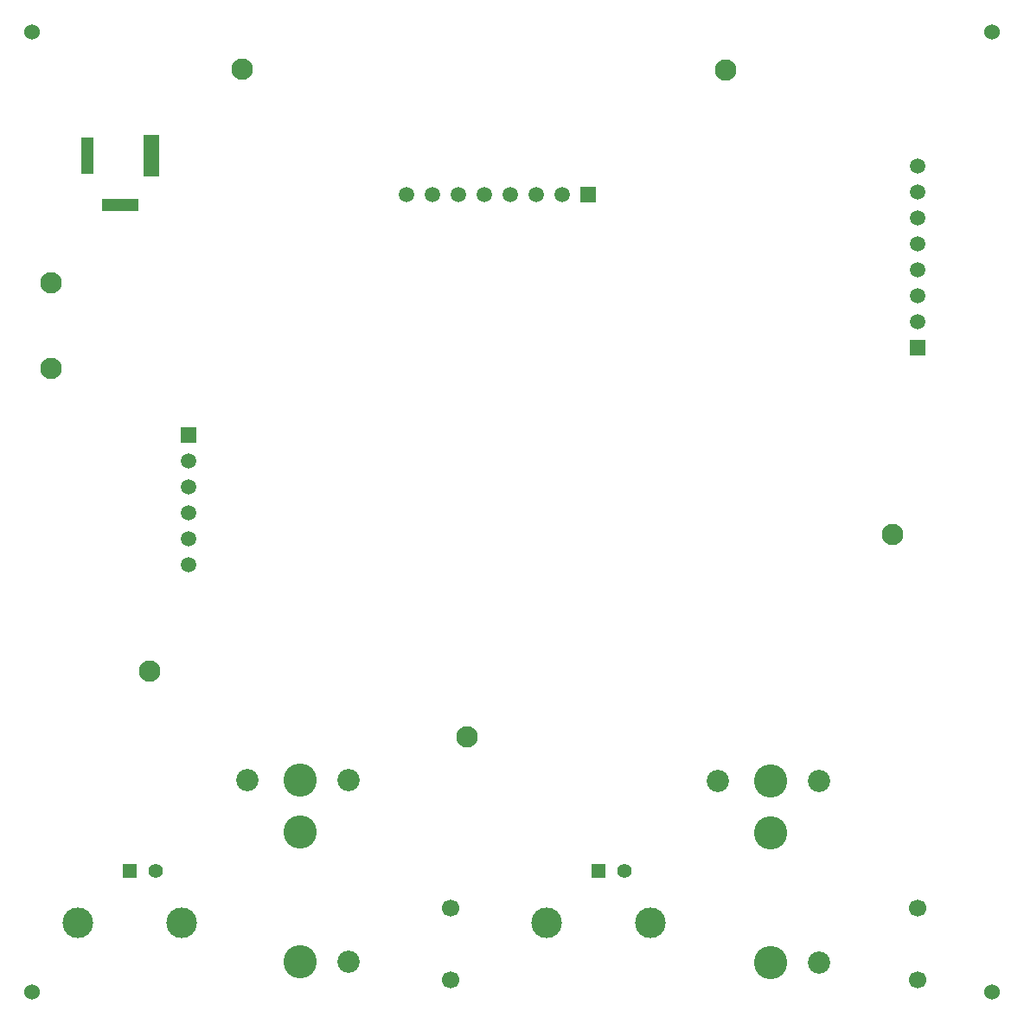
<source format=gbr>
%TF.GenerationSoftware,Altium Limited,Altium Designer,22.7.1 (60)*%
G04 Layer_Color=255*
%FSLAX43Y43*%
%MOMM*%
%TF.SameCoordinates,58151787-F571-4420-9806-9522EC8286B3*%
%TF.FilePolarity,Positive*%
%TF.FileFunction,Pads,Bot*%
%TF.Part,Single*%
G01*
G75*
%TA.AperFunction,ComponentPad*%
%ADD30R,1.300X3.550*%
%ADD31C,2.100*%
%ADD32R,3.550X1.300*%
%ADD33R,1.550X4.100*%
%TA.AperFunction,ViaPad*%
%ADD34C,1.524*%
%TA.AperFunction,ComponentPad*%
%ADD35C,3.251*%
%ADD36C,2.172*%
%ADD37C,1.700*%
%ADD38R,1.500X1.500*%
%ADD39C,1.500*%
%ADD40R,1.500X1.500*%
%ADD41C,3.000*%
%ADD42C,1.398*%
%ADD43R,1.398X1.398*%
D30*
X8382Y84863D02*
D03*
D31*
X4826Y72408D02*
D03*
Y64008D02*
D03*
X45593Y27940D02*
D03*
X14478Y34417D02*
D03*
X87249Y47752D02*
D03*
X70866Y93218D02*
D03*
X23566Y93345D02*
D03*
D32*
X11632Y80063D02*
D03*
D33*
X14632Y84863D02*
D03*
D34*
X97000Y3000D02*
D03*
X3000D02*
D03*
X97000Y97000D02*
D03*
X3000D02*
D03*
D35*
X29210Y5934D02*
D03*
Y18634D02*
D03*
Y23714D02*
D03*
X75311Y23652D02*
D03*
Y18572D02*
D03*
Y5872D02*
D03*
D36*
X33960Y5934D02*
D03*
Y23714D02*
D03*
X24054D02*
D03*
X70155Y23652D02*
D03*
X80061D02*
D03*
Y5872D02*
D03*
D37*
X43937Y4191D02*
D03*
Y11191D02*
D03*
X89662Y11156D02*
D03*
Y4156D02*
D03*
D38*
X57404Y81026D02*
D03*
D39*
X54864D02*
D03*
X52324D02*
D03*
X49784D02*
D03*
X47244D02*
D03*
X44704D02*
D03*
X42164D02*
D03*
X39624D02*
D03*
X18288Y44831D02*
D03*
Y47371D02*
D03*
Y49911D02*
D03*
Y52451D02*
D03*
Y54991D02*
D03*
X89662Y83820D02*
D03*
Y81280D02*
D03*
Y78740D02*
D03*
Y76200D02*
D03*
Y73660D02*
D03*
Y71120D02*
D03*
Y68580D02*
D03*
D40*
X18288Y57531D02*
D03*
X89662Y66040D02*
D03*
D41*
X63500Y9735D02*
D03*
X53340D02*
D03*
X17653Y9753D02*
D03*
X7493D02*
D03*
D42*
X60960Y14815D02*
D03*
X15113Y14833D02*
D03*
D43*
X58420Y14815D02*
D03*
X12573Y14833D02*
D03*
%TF.MD5,a2cd8998d4899fc14faacb562296af08*%
M02*

</source>
